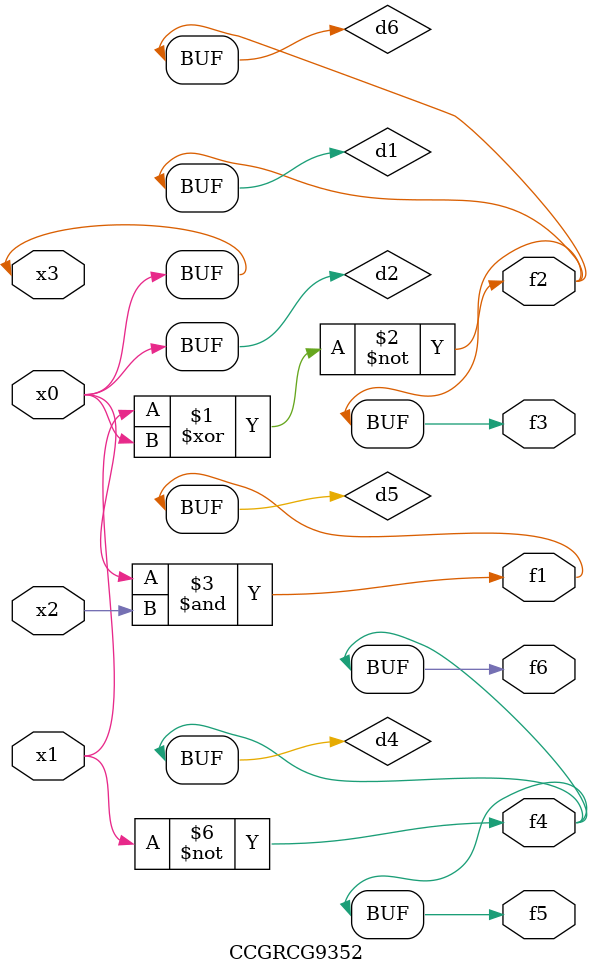
<source format=v>
module CCGRCG9352(
	input x0, x1, x2, x3,
	output f1, f2, f3, f4, f5, f6
);

	wire d1, d2, d3, d4, d5, d6;

	xnor (d1, x1, x3);
	buf (d2, x0, x3);
	nand (d3, x0, x2);
	not (d4, x1);
	nand (d5, d3);
	or (d6, d1);
	assign f1 = d5;
	assign f2 = d6;
	assign f3 = d6;
	assign f4 = d4;
	assign f5 = d4;
	assign f6 = d4;
endmodule

</source>
